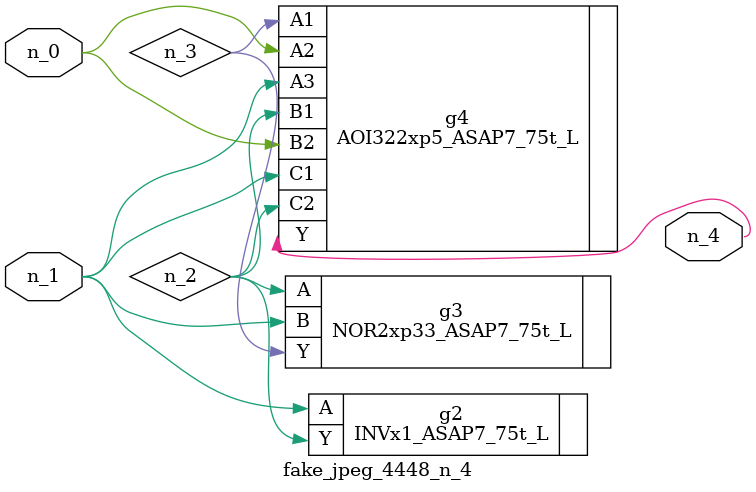
<source format=v>
module fake_jpeg_4448_n_4 (n_0, n_1, n_4);

input n_0;
input n_1;

output n_4;

wire n_3;
wire n_2;

INVx1_ASAP7_75t_L g2 ( 
.A(n_1),
.Y(n_2)
);

NOR2xp33_ASAP7_75t_L g3 ( 
.A(n_2),
.B(n_1),
.Y(n_3)
);

AOI322xp5_ASAP7_75t_L g4 ( 
.A1(n_3),
.A2(n_0),
.A3(n_1),
.B1(n_2),
.B2(n_0),
.C1(n_1),
.C2(n_2),
.Y(n_4)
);


endmodule
</source>
